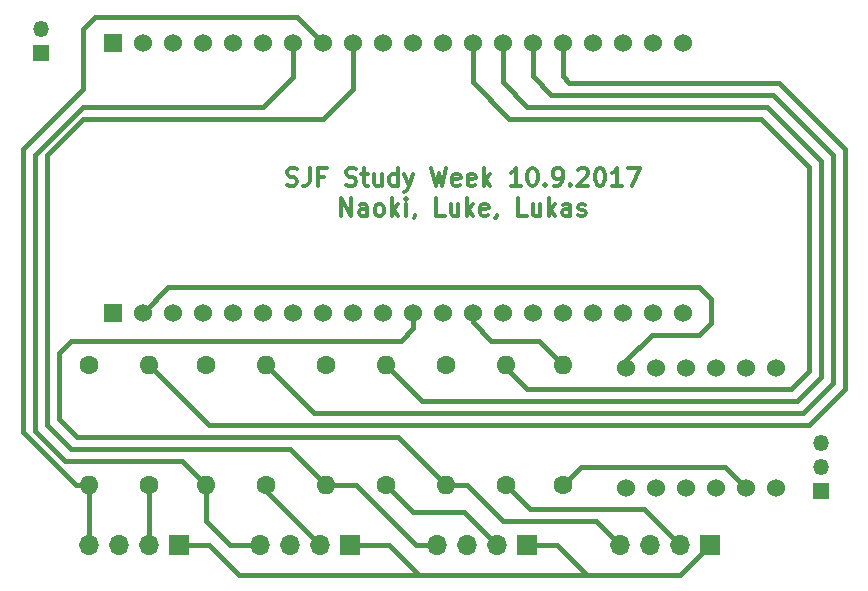
<source format=gbr>
G04 #@! TF.FileFunction,Copper,L1,Top,Signal*
%FSLAX46Y46*%
G04 Gerber Fmt 4.6, Leading zero omitted, Abs format (unit mm)*
G04 Created by KiCad (PCBNEW 4.0.6) date Tue Sep 12 14:26:08 2017*
%MOMM*%
%LPD*%
G01*
G04 APERTURE LIST*
%ADD10C,0.100000*%
%ADD11C,0.300000*%
%ADD12R,1.350000X1.350000*%
%ADD13O,1.350000X1.350000*%
%ADD14C,1.600000*%
%ADD15O,1.600000X1.600000*%
%ADD16R,1.700000X1.700000*%
%ADD17O,1.700000X1.700000*%
%ADD18R,1.524000X1.524000*%
%ADD19C,1.524000*%
%ADD20C,0.400000*%
G04 APERTURE END LIST*
D10*
D11*
X102107145Y-82332143D02*
X102321431Y-82403571D01*
X102678574Y-82403571D01*
X102821431Y-82332143D01*
X102892860Y-82260714D01*
X102964288Y-82117857D01*
X102964288Y-81975000D01*
X102892860Y-81832143D01*
X102821431Y-81760714D01*
X102678574Y-81689286D01*
X102392860Y-81617857D01*
X102250002Y-81546429D01*
X102178574Y-81475000D01*
X102107145Y-81332143D01*
X102107145Y-81189286D01*
X102178574Y-81046429D01*
X102250002Y-80975000D01*
X102392860Y-80903571D01*
X102750002Y-80903571D01*
X102964288Y-80975000D01*
X104035716Y-80903571D02*
X104035716Y-81975000D01*
X103964288Y-82189286D01*
X103821431Y-82332143D01*
X103607145Y-82403571D01*
X103464288Y-82403571D01*
X105250002Y-81617857D02*
X104750002Y-81617857D01*
X104750002Y-82403571D02*
X104750002Y-80903571D01*
X105464288Y-80903571D01*
X107107144Y-82332143D02*
X107321430Y-82403571D01*
X107678573Y-82403571D01*
X107821430Y-82332143D01*
X107892859Y-82260714D01*
X107964287Y-82117857D01*
X107964287Y-81975000D01*
X107892859Y-81832143D01*
X107821430Y-81760714D01*
X107678573Y-81689286D01*
X107392859Y-81617857D01*
X107250001Y-81546429D01*
X107178573Y-81475000D01*
X107107144Y-81332143D01*
X107107144Y-81189286D01*
X107178573Y-81046429D01*
X107250001Y-80975000D01*
X107392859Y-80903571D01*
X107750001Y-80903571D01*
X107964287Y-80975000D01*
X108392858Y-81403571D02*
X108964287Y-81403571D01*
X108607144Y-80903571D02*
X108607144Y-82189286D01*
X108678572Y-82332143D01*
X108821430Y-82403571D01*
X108964287Y-82403571D01*
X110107144Y-81403571D02*
X110107144Y-82403571D01*
X109464287Y-81403571D02*
X109464287Y-82189286D01*
X109535715Y-82332143D01*
X109678573Y-82403571D01*
X109892858Y-82403571D01*
X110035715Y-82332143D01*
X110107144Y-82260714D01*
X111464287Y-82403571D02*
X111464287Y-80903571D01*
X111464287Y-82332143D02*
X111321430Y-82403571D01*
X111035716Y-82403571D01*
X110892858Y-82332143D01*
X110821430Y-82260714D01*
X110750001Y-82117857D01*
X110750001Y-81689286D01*
X110821430Y-81546429D01*
X110892858Y-81475000D01*
X111035716Y-81403571D01*
X111321430Y-81403571D01*
X111464287Y-81475000D01*
X112035716Y-81403571D02*
X112392859Y-82403571D01*
X112750001Y-81403571D02*
X112392859Y-82403571D01*
X112250001Y-82760714D01*
X112178573Y-82832143D01*
X112035716Y-82903571D01*
X114321430Y-80903571D02*
X114678573Y-82403571D01*
X114964287Y-81332143D01*
X115250001Y-82403571D01*
X115607144Y-80903571D01*
X116750001Y-82332143D02*
X116607144Y-82403571D01*
X116321430Y-82403571D01*
X116178573Y-82332143D01*
X116107144Y-82189286D01*
X116107144Y-81617857D01*
X116178573Y-81475000D01*
X116321430Y-81403571D01*
X116607144Y-81403571D01*
X116750001Y-81475000D01*
X116821430Y-81617857D01*
X116821430Y-81760714D01*
X116107144Y-81903571D01*
X118035715Y-82332143D02*
X117892858Y-82403571D01*
X117607144Y-82403571D01*
X117464287Y-82332143D01*
X117392858Y-82189286D01*
X117392858Y-81617857D01*
X117464287Y-81475000D01*
X117607144Y-81403571D01*
X117892858Y-81403571D01*
X118035715Y-81475000D01*
X118107144Y-81617857D01*
X118107144Y-81760714D01*
X117392858Y-81903571D01*
X118750001Y-82403571D02*
X118750001Y-80903571D01*
X118892858Y-81832143D02*
X119321429Y-82403571D01*
X119321429Y-81403571D02*
X118750001Y-81975000D01*
X121892858Y-82403571D02*
X121035715Y-82403571D01*
X121464287Y-82403571D02*
X121464287Y-80903571D01*
X121321430Y-81117857D01*
X121178572Y-81260714D01*
X121035715Y-81332143D01*
X122821429Y-80903571D02*
X122964286Y-80903571D01*
X123107143Y-80975000D01*
X123178572Y-81046429D01*
X123250001Y-81189286D01*
X123321429Y-81475000D01*
X123321429Y-81832143D01*
X123250001Y-82117857D01*
X123178572Y-82260714D01*
X123107143Y-82332143D01*
X122964286Y-82403571D01*
X122821429Y-82403571D01*
X122678572Y-82332143D01*
X122607143Y-82260714D01*
X122535715Y-82117857D01*
X122464286Y-81832143D01*
X122464286Y-81475000D01*
X122535715Y-81189286D01*
X122607143Y-81046429D01*
X122678572Y-80975000D01*
X122821429Y-80903571D01*
X123964286Y-82260714D02*
X124035714Y-82332143D01*
X123964286Y-82403571D01*
X123892857Y-82332143D01*
X123964286Y-82260714D01*
X123964286Y-82403571D01*
X124750000Y-82403571D02*
X125035715Y-82403571D01*
X125178572Y-82332143D01*
X125250000Y-82260714D01*
X125392858Y-82046429D01*
X125464286Y-81760714D01*
X125464286Y-81189286D01*
X125392858Y-81046429D01*
X125321429Y-80975000D01*
X125178572Y-80903571D01*
X124892858Y-80903571D01*
X124750000Y-80975000D01*
X124678572Y-81046429D01*
X124607143Y-81189286D01*
X124607143Y-81546429D01*
X124678572Y-81689286D01*
X124750000Y-81760714D01*
X124892858Y-81832143D01*
X125178572Y-81832143D01*
X125321429Y-81760714D01*
X125392858Y-81689286D01*
X125464286Y-81546429D01*
X126107143Y-82260714D02*
X126178571Y-82332143D01*
X126107143Y-82403571D01*
X126035714Y-82332143D01*
X126107143Y-82260714D01*
X126107143Y-82403571D01*
X126750000Y-81046429D02*
X126821429Y-80975000D01*
X126964286Y-80903571D01*
X127321429Y-80903571D01*
X127464286Y-80975000D01*
X127535715Y-81046429D01*
X127607143Y-81189286D01*
X127607143Y-81332143D01*
X127535715Y-81546429D01*
X126678572Y-82403571D01*
X127607143Y-82403571D01*
X128535714Y-80903571D02*
X128678571Y-80903571D01*
X128821428Y-80975000D01*
X128892857Y-81046429D01*
X128964286Y-81189286D01*
X129035714Y-81475000D01*
X129035714Y-81832143D01*
X128964286Y-82117857D01*
X128892857Y-82260714D01*
X128821428Y-82332143D01*
X128678571Y-82403571D01*
X128535714Y-82403571D01*
X128392857Y-82332143D01*
X128321428Y-82260714D01*
X128250000Y-82117857D01*
X128178571Y-81832143D01*
X128178571Y-81475000D01*
X128250000Y-81189286D01*
X128321428Y-81046429D01*
X128392857Y-80975000D01*
X128535714Y-80903571D01*
X130464285Y-82403571D02*
X129607142Y-82403571D01*
X130035714Y-82403571D02*
X130035714Y-80903571D01*
X129892857Y-81117857D01*
X129749999Y-81260714D01*
X129607142Y-81332143D01*
X130964285Y-80903571D02*
X131964285Y-80903571D01*
X131321428Y-82403571D01*
X106678570Y-84953571D02*
X106678570Y-83453571D01*
X107535713Y-84953571D01*
X107535713Y-83453571D01*
X108892856Y-84953571D02*
X108892856Y-84167857D01*
X108821427Y-84025000D01*
X108678570Y-83953571D01*
X108392856Y-83953571D01*
X108249999Y-84025000D01*
X108892856Y-84882143D02*
X108749999Y-84953571D01*
X108392856Y-84953571D01*
X108249999Y-84882143D01*
X108178570Y-84739286D01*
X108178570Y-84596429D01*
X108249999Y-84453571D01*
X108392856Y-84382143D01*
X108749999Y-84382143D01*
X108892856Y-84310714D01*
X109821428Y-84953571D02*
X109678570Y-84882143D01*
X109607142Y-84810714D01*
X109535713Y-84667857D01*
X109535713Y-84239286D01*
X109607142Y-84096429D01*
X109678570Y-84025000D01*
X109821428Y-83953571D01*
X110035713Y-83953571D01*
X110178570Y-84025000D01*
X110249999Y-84096429D01*
X110321428Y-84239286D01*
X110321428Y-84667857D01*
X110249999Y-84810714D01*
X110178570Y-84882143D01*
X110035713Y-84953571D01*
X109821428Y-84953571D01*
X110964285Y-84953571D02*
X110964285Y-83453571D01*
X111107142Y-84382143D02*
X111535713Y-84953571D01*
X111535713Y-83953571D02*
X110964285Y-84525000D01*
X112178571Y-84953571D02*
X112178571Y-83953571D01*
X112178571Y-83453571D02*
X112107142Y-83525000D01*
X112178571Y-83596429D01*
X112249999Y-83525000D01*
X112178571Y-83453571D01*
X112178571Y-83596429D01*
X112964285Y-84882143D02*
X112964285Y-84953571D01*
X112892857Y-85096429D01*
X112821428Y-85167857D01*
X115464286Y-84953571D02*
X114750000Y-84953571D01*
X114750000Y-83453571D01*
X116607143Y-83953571D02*
X116607143Y-84953571D01*
X115964286Y-83953571D02*
X115964286Y-84739286D01*
X116035714Y-84882143D01*
X116178572Y-84953571D01*
X116392857Y-84953571D01*
X116535714Y-84882143D01*
X116607143Y-84810714D01*
X117321429Y-84953571D02*
X117321429Y-83453571D01*
X117464286Y-84382143D02*
X117892857Y-84953571D01*
X117892857Y-83953571D02*
X117321429Y-84525000D01*
X119107143Y-84882143D02*
X118964286Y-84953571D01*
X118678572Y-84953571D01*
X118535715Y-84882143D01*
X118464286Y-84739286D01*
X118464286Y-84167857D01*
X118535715Y-84025000D01*
X118678572Y-83953571D01*
X118964286Y-83953571D01*
X119107143Y-84025000D01*
X119178572Y-84167857D01*
X119178572Y-84310714D01*
X118464286Y-84453571D01*
X119892857Y-84882143D02*
X119892857Y-84953571D01*
X119821429Y-85096429D01*
X119750000Y-85167857D01*
X122392858Y-84953571D02*
X121678572Y-84953571D01*
X121678572Y-83453571D01*
X123535715Y-83953571D02*
X123535715Y-84953571D01*
X122892858Y-83953571D02*
X122892858Y-84739286D01*
X122964286Y-84882143D01*
X123107144Y-84953571D01*
X123321429Y-84953571D01*
X123464286Y-84882143D01*
X123535715Y-84810714D01*
X124250001Y-84953571D02*
X124250001Y-83453571D01*
X124392858Y-84382143D02*
X124821429Y-84953571D01*
X124821429Y-83953571D02*
X124250001Y-84525000D01*
X126107144Y-84953571D02*
X126107144Y-84167857D01*
X126035715Y-84025000D01*
X125892858Y-83953571D01*
X125607144Y-83953571D01*
X125464287Y-84025000D01*
X126107144Y-84882143D02*
X125964287Y-84953571D01*
X125607144Y-84953571D01*
X125464287Y-84882143D01*
X125392858Y-84739286D01*
X125392858Y-84596429D01*
X125464287Y-84453571D01*
X125607144Y-84382143D01*
X125964287Y-84382143D01*
X126107144Y-84310714D01*
X126750001Y-84882143D02*
X126892858Y-84953571D01*
X127178573Y-84953571D01*
X127321430Y-84882143D01*
X127392858Y-84739286D01*
X127392858Y-84667857D01*
X127321430Y-84525000D01*
X127178573Y-84453571D01*
X126964287Y-84453571D01*
X126821430Y-84382143D01*
X126750001Y-84239286D01*
X126750001Y-84167857D01*
X126821430Y-84025000D01*
X126964287Y-83953571D01*
X127178573Y-83953571D01*
X127321430Y-84025000D01*
D12*
X147320000Y-108204000D03*
D13*
X147320000Y-106204000D03*
X147320000Y-104204000D03*
D14*
X90424000Y-107696000D03*
D15*
X90424000Y-97536000D03*
D14*
X100330000Y-107696000D03*
D15*
X100330000Y-97536000D03*
D14*
X110490000Y-107696000D03*
D15*
X110490000Y-97536000D03*
D14*
X120650000Y-107696000D03*
D15*
X120650000Y-97536000D03*
D14*
X125476000Y-107696000D03*
D15*
X125476000Y-97536000D03*
D14*
X85344000Y-97536000D03*
D15*
X85344000Y-107696000D03*
D14*
X95250000Y-97536000D03*
D15*
X95250000Y-107696000D03*
D14*
X105410000Y-97536000D03*
D15*
X105410000Y-107696000D03*
D14*
X115570000Y-97536000D03*
D15*
X115570000Y-107696000D03*
D16*
X92964000Y-112776000D03*
D17*
X90424000Y-112776000D03*
X87884000Y-112776000D03*
X85344000Y-112776000D03*
D16*
X107442000Y-112776000D03*
D17*
X104902000Y-112776000D03*
X102362000Y-112776000D03*
X99822000Y-112776000D03*
D16*
X122428000Y-112776000D03*
D17*
X119888000Y-112776000D03*
X117348000Y-112776000D03*
X114808000Y-112776000D03*
D16*
X137922000Y-112776000D03*
D17*
X135382000Y-112776000D03*
X132842000Y-112776000D03*
X130302000Y-112776000D03*
D18*
X87370000Y-70270000D03*
D19*
X89910000Y-70270000D03*
X92450000Y-70270000D03*
X94990000Y-70270000D03*
X97530000Y-70270000D03*
X100070000Y-70270000D03*
X102610000Y-70270000D03*
X105150000Y-70270000D03*
X107690000Y-70270000D03*
X110230000Y-70270000D03*
X112770000Y-70270000D03*
X115310000Y-70270000D03*
X117850000Y-70270000D03*
X120390000Y-70270000D03*
X122930000Y-70270000D03*
X125470000Y-70270000D03*
X128010000Y-70270000D03*
X130550000Y-70270000D03*
X133090000Y-70270000D03*
X135630000Y-70270000D03*
X135630000Y-93130000D03*
X133090000Y-93130000D03*
X130550000Y-93130000D03*
X128010000Y-93130000D03*
X125470000Y-93130000D03*
X122930000Y-93130000D03*
X120390000Y-93130000D03*
X117850000Y-93130000D03*
X115310000Y-93130000D03*
X112770000Y-93130000D03*
X110230000Y-93130000D03*
X107690000Y-93130000D03*
X105150000Y-93130000D03*
X102610000Y-93130000D03*
X100070000Y-93130000D03*
X97530000Y-93130000D03*
X94990000Y-93130000D03*
X92450000Y-93130000D03*
X89910000Y-93130000D03*
D18*
X87370000Y-93130000D03*
D19*
X130810000Y-107950000D03*
X133350000Y-107950000D03*
X135890000Y-107950000D03*
X138430000Y-107950000D03*
X140970000Y-107950000D03*
X143510000Y-107950000D03*
X143510000Y-97790000D03*
X140970000Y-97790000D03*
X138430000Y-97790000D03*
X135890000Y-97790000D03*
X133350000Y-97790000D03*
X130810000Y-97790000D03*
D12*
X81280000Y-71120000D03*
D13*
X81280000Y-69120000D03*
D20*
X130810000Y-97790000D02*
X130810000Y-97190000D01*
X130810000Y-97190000D02*
X133000000Y-95000000D01*
X92040000Y-91000000D02*
X89910000Y-93130000D01*
X137000000Y-91000000D02*
X92040000Y-91000000D01*
X138000000Y-92000000D02*
X137000000Y-91000000D01*
X138000000Y-94000000D02*
X138000000Y-92000000D01*
X137000000Y-95000000D02*
X138000000Y-94000000D01*
X133000000Y-95000000D02*
X137000000Y-95000000D01*
X90424000Y-112776000D02*
X90424000Y-107696000D01*
X125470000Y-70270000D02*
X125470000Y-73146000D01*
X95504000Y-102616000D02*
X90424000Y-97536000D01*
X146304000Y-102616000D02*
X95504000Y-102616000D01*
X149352000Y-99568000D02*
X146304000Y-102616000D01*
X149352000Y-79248000D02*
X149352000Y-99568000D01*
X143764000Y-73660000D02*
X149352000Y-79248000D01*
X125984000Y-73660000D02*
X143764000Y-73660000D01*
X125470000Y-73146000D02*
X125984000Y-73660000D01*
X100330000Y-107696000D02*
X100330000Y-108204000D01*
X100330000Y-108204000D02*
X104902000Y-112776000D01*
X122930000Y-70270000D02*
X122930000Y-73146000D01*
X104394000Y-101600000D02*
X100330000Y-97536000D01*
X145796000Y-101600000D02*
X104394000Y-101600000D01*
X148336000Y-99060000D02*
X145796000Y-101600000D01*
X148336000Y-79756000D02*
X148336000Y-99060000D01*
X143256000Y-74676000D02*
X148336000Y-79756000D01*
X124460000Y-74676000D02*
X143256000Y-74676000D01*
X122930000Y-73146000D02*
X124460000Y-74676000D01*
X110490000Y-107696000D02*
X112776000Y-109982000D01*
X117094000Y-109982000D02*
X119888000Y-112776000D01*
X112776000Y-109982000D02*
X117094000Y-109982000D01*
X120390000Y-70270000D02*
X120390000Y-73654000D01*
X113538000Y-100584000D02*
X110490000Y-97536000D01*
X145288000Y-100584000D02*
X113538000Y-100584000D01*
X147320000Y-98552000D02*
X145288000Y-100584000D01*
X147320000Y-80264000D02*
X147320000Y-98552000D01*
X142748000Y-75692000D02*
X147320000Y-80264000D01*
X122428000Y-75692000D02*
X142748000Y-75692000D01*
X120390000Y-73654000D02*
X122428000Y-75692000D01*
X120650000Y-107696000D02*
X122682000Y-109728000D01*
X132334000Y-109728000D02*
X135382000Y-112776000D01*
X122682000Y-109728000D02*
X132334000Y-109728000D01*
X120650000Y-97536000D02*
X120650000Y-97790000D01*
X120650000Y-97790000D02*
X122428000Y-99568000D01*
X122428000Y-99568000D02*
X144780000Y-99568000D01*
X144780000Y-99568000D02*
X146304000Y-98044000D01*
X146304000Y-98044000D02*
X146304000Y-80772000D01*
X146304000Y-80772000D02*
X142240000Y-76708000D01*
X142240000Y-76708000D02*
X120904000Y-76708000D01*
X120904000Y-76708000D02*
X117850000Y-73654000D01*
X117850000Y-73654000D02*
X117850000Y-70270000D01*
X125476000Y-107696000D02*
X127000000Y-106172000D01*
X139192000Y-106172000D02*
X140970000Y-107950000D01*
X127000000Y-106172000D02*
X139192000Y-106172000D01*
X117850000Y-93130000D02*
X117850000Y-93974000D01*
X123444000Y-95504000D02*
X125476000Y-97536000D01*
X119380000Y-95504000D02*
X123444000Y-95504000D01*
X117850000Y-93974000D02*
X119380000Y-95504000D01*
X85344000Y-107696000D02*
X84201000Y-107696000D01*
X102952000Y-68072000D02*
X105150000Y-70270000D01*
X85852000Y-68072000D02*
X102952000Y-68072000D01*
X84836000Y-69088000D02*
X85852000Y-68072000D01*
X84836000Y-74168000D02*
X84836000Y-69088000D01*
X79756000Y-79248000D02*
X84836000Y-74168000D01*
X79756000Y-103251000D02*
X79756000Y-79248000D01*
X84201000Y-107696000D02*
X79756000Y-103251000D01*
X105150000Y-70270000D02*
X105150000Y-70098000D01*
X105150000Y-70270000D02*
X105068000Y-70270000D01*
X85344000Y-107696000D02*
X85344000Y-112776000D01*
X102610000Y-70270000D02*
X102610000Y-73158000D01*
X93218000Y-105664000D02*
X95250000Y-107696000D01*
X83312000Y-105664000D02*
X93218000Y-105664000D01*
X80772000Y-103124000D02*
X83312000Y-105664000D01*
X80772000Y-79756000D02*
X80772000Y-103124000D01*
X84836000Y-75692000D02*
X80772000Y-79756000D01*
X100076000Y-75692000D02*
X84836000Y-75692000D01*
X102610000Y-73158000D02*
X100076000Y-75692000D01*
X102610000Y-70270000D02*
X102450000Y-70270000D01*
X102610000Y-70270000D02*
X102610000Y-70098000D01*
X95250000Y-107696000D02*
X95250000Y-110744000D01*
X95250000Y-110744000D02*
X97282000Y-112776000D01*
X97282000Y-112776000D02*
X99822000Y-112776000D01*
X107690000Y-70270000D02*
X107690000Y-74174000D01*
X102362000Y-104648000D02*
X105410000Y-107696000D01*
X83820000Y-104648000D02*
X102362000Y-104648000D01*
X81788000Y-102616000D02*
X83820000Y-104648000D01*
X81788000Y-79756000D02*
X81788000Y-102616000D01*
X84836000Y-76708000D02*
X81788000Y-79756000D01*
X105156000Y-76708000D02*
X84836000Y-76708000D01*
X107690000Y-74174000D02*
X105156000Y-76708000D01*
X107690000Y-70270000D02*
X107530000Y-70270000D01*
X105410000Y-107696000D02*
X107950000Y-107696000D01*
X107950000Y-107696000D02*
X113030000Y-112776000D01*
X113030000Y-112776000D02*
X114808000Y-112776000D01*
X82804000Y-98552000D02*
X82804000Y-102108000D01*
X84328000Y-103632000D02*
X87884000Y-103632000D01*
X82804000Y-102108000D02*
X84328000Y-103632000D01*
X112770000Y-93130000D02*
X112770000Y-94482000D01*
X111506000Y-103632000D02*
X115570000Y-107696000D01*
X87884000Y-103632000D02*
X111506000Y-103632000D01*
X82804000Y-96520000D02*
X82804000Y-98552000D01*
X83820000Y-95504000D02*
X82804000Y-96520000D01*
X111748000Y-95504000D02*
X83820000Y-95504000D01*
X112770000Y-94482000D02*
X111748000Y-95504000D01*
X115570000Y-107696000D02*
X117348000Y-107696000D01*
X128270000Y-110744000D02*
X130302000Y-112776000D01*
X120396000Y-110744000D02*
X128270000Y-110744000D01*
X117348000Y-107696000D02*
X120396000Y-110744000D01*
X113284000Y-115316000D02*
X98044000Y-115316000D01*
X95504000Y-112776000D02*
X92964000Y-112776000D01*
X98044000Y-115316000D02*
X95504000Y-112776000D01*
X127508000Y-115316000D02*
X113284000Y-115316000D01*
X110744000Y-112776000D02*
X107442000Y-112776000D01*
X113284000Y-115316000D02*
X110744000Y-112776000D01*
X122428000Y-112776000D02*
X124968000Y-112776000D01*
X135382000Y-115316000D02*
X137922000Y-112776000D01*
X127508000Y-115316000D02*
X135382000Y-115316000D01*
X124968000Y-112776000D02*
X127508000Y-115316000D01*
M02*

</source>
